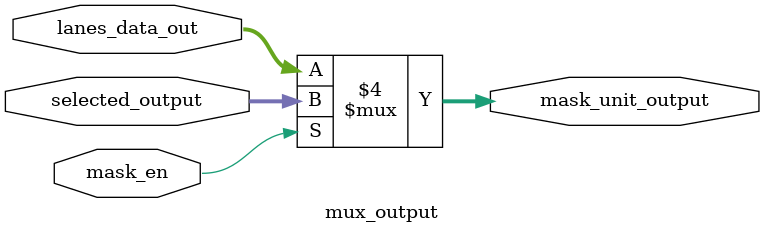
<source format=sv>
`timescale 1ns / 1ps



// Mask Unit Main Module

module vector_mask_unit(

    ////////////////////////////////////// INPUT SIGNALS ////////////////////////////////////////

    // output data from lanes to be store at the destination, if correspoding bit is unmasked
    input logic [4095:0] lanes_data_out,
    
    // currently present data at the destination
    input logic [4095:0] destination_data,
    
    // mask operations for updating v0 (mask register)
    input logic [2:0] mask_op,
    
    // either masking is enabled or not e.g. vm = v.instr[25] = (1 or 0)?
    input logic mask_en,
    
    // Signal to order whether to update mask register or not
    input logic mask_reg_en,
    
    // tail agnostic bit
    input logic vta,
    
    // mask agnostic bit
    input logic vma,
    
    // vector start index
    input logic [9:0] vstart,
    
    // number of elements in the (current) vector
    input logic [9:0] vl,
    
    // single element width [8, 16, 32, 64]
    input logic [6:0] sew,
    
    // Vector Mask Registers
    input logic [511:0] vs1,  // vs1.mask
    input logic [511:0] vs2,  // vs2.mask
    input logic [511:0] v0,
    
    ////////////////////////////////////// OUTPUT SIGNALS ///////////////////////////////////////
    
    // Mask Unit output
    output logic [4095:0] mask_unit_output,

    // Updated value of mask register
    output logic [511:0] mask_reg_updated 
);
    
    comb_for_vsew_08 UUT01(
        .lanes_data_out(lanes_data_out),
        .destination_data(destination_data),
        .mask_reg(mask_reg),        
        .prestart_check(prestart_check),  
        .body_check(body_check),      
        .tail_check(tail_check),      
        .vta(vta),                     
        .vma(vma),                     
        .mask_output_01(mask_output_01)

    );

    comb_for_vsew_16 UUT02(
        .lanes_data_out(lanes_data_out),
        .destination_data(destination_data),
        .mask_reg(mask_reg),        
        .prestart_check(prestart_check),  
        .body_check(body_check),      
        .tail_check(tail_check),      
        .vta(vta),                     
        .vma(vma),                     
        .mask_output_02(mask_output_02)

    );

    comb_for_vsew_32 UUT03(
        .lanes_data_out(lanes_data_out),
        .destination_data(destination_data),
        .mask_reg(mask_reg),        
        .prestart_check(prestart_check),  
        .body_check(body_check),      
        .tail_check(tail_check),      
        .vta(vta),                     
        .vma(vma),                     
        .mask_output_03(mask_output_03)

    );

    comb_for_vsew_64 UUT04(
        .lanes_data_out(lanes_data_out),
        .destination_data(destination_data),
        .mask_reg(mask_reg),        
        .prestart_check(prestart_check),  
        .body_check(body_check),      
        .tail_check(tail_check),      
        .vta(vta),                     
        .vma(vma),                     
        .mask_output_04(mask_output_04)

    );

    comb_mask_operations UUT05(
        .vs1(vs1),  // vs1.mask
        .vs2(vs2),  // vs2.mask
        .mask_op(mask_op),     // Operation selection
        .mask_reg_updated(mask_reg_updated)   // Result
    );

    sew_encoder UUT06(
        .sew(sew),
        .sew_sel(sew_sel)
    );

    mux4x1 UUT07(
        .mask_output_01(mask_output_01),
        .mask_output_02(mask_output_02),
        .mask_output_03(mask_output_03),
        .mask_output_04(mask_output_04),
    
        .sew_sel(sew_sel),
    
        .selected_output(selected_output)
    );

    mux_output UUT08(
        .selected_output(selected_output),       // Input 0
        .lanes_data_out(lanes_data_out),       // Input 1
        .mask_en(mask_en),     // Select line
        .mask_unit_output(mask_unit_output)       // Output
    );

    mux2x1 UUT09(
        .v0(v0),       // Input 0
        .mask_reg_updated(mask_reg_updated),       // Input 1
        .mask_reg_en(mask_reg_en),     // Select line
        .v0_updated(v0_updated)       // Output
    );

    check_generator UUT10(
        .vl(vl),
        .vstart(vstart),
        .v0_updated(v0_updated),
    
        .mask_reg(mask_reg),        // mask register value corresponding to each element
        .prestart_check(prestart_check),  // prestart(x) = (0 <= x < vstart) 
        .body_check(body_check),      // body(x) = (vstart <= x < vl)
        .tail_check(tail_check)       // tail(x) = (vl <= x < max(VLMAX, VLEN/SEW))

    );
    
endmodule


//////////////////////////////////////////////////////////////////////////////////

module comb_mask_operations (
    input logic [511:0] vs1,  // vs1.mask
    input logic [511:0] vs2,  // vs2.mask
    input logic [2:0] mask_op,     // Operation selection
    output logic [511:0] mask_reg_updated   // Result
);

    always_comb begin
        case (mask_op)
            3'b000: mask_reg_updated = vs2 & vs1;                     // vmand.mm
            3'b001: mask_reg_updated = ~(vs2 & vs1);                  // vmnand.mm
            3'b010: mask_reg_updated = vs2 & ~vs1;                    // vmandn.mm
            3'b011: mask_reg_updated = vs2 ^ vs1;                     // vmxor.mm
            3'b100: mask_reg_updated = vs2 | vs1;                     // vmor.mm
            3'b101: mask_reg_updated = ~(vs2 | vs1);                  // vmnor.mm
            3'b110: mask_reg_updated = vs2 | ~vs1;                    // vmorn.mm
            3'b111: mask_reg_updated = ~(vs2 ^ vs1);                  // vmxnor.mm
        endcase
    end

endmodule

//////////////////////////////////////////////////////////////////////////////////

module sew_encoder (
    input logic [6:0] sew,
    output logic [1:0] sew_sel
);
    always_comb begin
        case (sew)
            7'b0001000: sew_sel = 2'b00;                    
            7'b0010000: sew_sel = 2'b01;                  
            7'b0100000: sew_sel = 2'b10;                    
            7'b1000000: sew_sel = 2'b11;                    
        endcase
    end
endmodule

//////////////////////////////////////////////////////////////////////////////////

module comb_for_vsew_08 #(parameter SEW = 8, parameter VAR = 512) (
    input logic [4095:0] lanes_data_out,
    input logic [4095:0] destination_data,
    input logic [511:0] mask_reg,        // mask register value corresponding to each element
    input logic [511:0] prestart_check,  // prestart(x) = (0 <= x < vstart) 
    input logic [511:0] body_check,      // body(x) = (vstart <= x < vl)
    input logic [511:0] tail_check,      // tail(x) = (vl <= x < max(VLMAX, VLEN/SEW))
    input logic vta,                     // tail_agnostic bit
    input logic vma,                     // mask_agnostic bit
    
    output logic [4095:0] mask_output_01
);

    generate
        genvar i;
        for (i = 0; i < VAR; i++) begin
            mux_logics_for_sew_08 #(.SEW(SEW)) MUX_UNIT(
                .lanes_data_out( lanes_data_out [ ( (SEW - 1) + (i * SEW) ) : (i * SEW) ] ),
                .destination_data( destination_data [ ( (SEW - 1) + (i * SEW) ) : (i * SEW) ] ),
                .mask_reg( mask_reg [i] ),        
                .prestart_check( prestart_check [i] ),  
                .body_check( body_check [i] ),      
                .tail_check( tail_check [i] ),      
                .vta(vta),            
                .vma(vma),            
                .mux_sew_08_out( mask_output_01 [ ( (SEW - 1) + (i * SEW) ) : (i * SEW) ] ) 
            );
        end
    endgenerate

endmodule

// mini block used for instantiation in 'comb_for_vsew_08'

module mux_logics_for_sew_08 #(parameter SEW = 8) (

    input logic [SEW-1:0] lanes_data_out,
    input logic [SEW-1:0] destination_data,
    input logic mask_reg,        // mask register bit corresponding to each element
    input logic prestart_check,  // prestart(x) = (0 <= x < vstart) 
    input logic body_check,      // body(x) = (vstart <= x < vl)
    input logic tail_check,      // tail(x) = (vl <= x < max(VLMAX, VLEN/SEW))
    input logic vta,             // tail_agnostic bit
    input logic vma,             // mask_agnostic bit
    output logic [SEW-1:0] mux_sew_08_out 
);

    always_comb begin
        if (prestart_check == 1'b1) begin
            mux_sew_08_out = destination_data;
        end else if ((body_check == 1'b1) && (mask_reg == 1'b0)) begin
            mux_sew_08_out = lanes_data_out;
        end else if (((body_check & mask_reg) == 1'b1) && (vma == 1'b0)) begin
            mux_sew_08_out = destination_data;
        end else if (((body_check & mask_reg) == 1'b1) && (vma == 1'b1)) begin
            mux_sew_08_out = '1;  // All bits set to 1
        end else if ((tail_check == 1'b1) && (vta == 1'b0)) begin
            mux_sew_08_out = destination_data;
        end else if ((tail_check == 1'b1) && (vta == 1'b1)) begin 
            mux_sew_08_out = '1;  // All bits set to 1
        end else begin
            mux_sew_08_out = destination_data;  // Default case
        end
    end

endmodule

//////////////////////////////////////////////////////////////////////////////////

module comb_for_vsew_16 #(parameter SEW = 16, parameter VAR = 256) (
    input logic [4095:0] lanes_data_out,
    input logic [4095:0] destination_data,
    input logic [511:0] mask_reg,        // mask register value corresponding to each element
    input logic [511:0] prestart_check,  // prestart(x) = (0 <= x < vstart) 
    input logic [511:0] body_check,      // body(x) = (vstart <= x < vl)
    input logic [511:0] tail_check,      // tail(x) = (vl <= x < max(VLMAX, VLEN/SEW))
    input logic vta,                     // tail_agnostic bit
    input logic vma,                     // mask_agnostic bit
    
    output logic [4095:0] mask_output_02
);

    generate
        genvar i;
        for (i = 0; i < VAR; i++) begin
            mux_logics_for_sew_16 MUX_UNIT(
                .lanes_data_out( lanes_data_out [ ( (SEW - 1) + (i * SEW) ) : (i * SEW) ] ),
                .destination_data( destination_data [ ( (SEW - 1) + (i * SEW) ) : (i * SEW) ] ),
                .mask_reg( mask_reg [i] ),        
                .prestart_check( prestart_check [i] ),  
                .body_check( body_check [i] ),      
                .tail_check( tail_check [i] ),      
                .vta(vta),            
                .vma(vma),            
                .mux_sew_16_out( mask_output_02 [ ( (SEW - 1) + (i * SEW) ) : (i * SEW) ] ) 
            );
        end
    endgenerate

endmodule

// mini block used for instantiation in 'comb_for_vsew_16'

module mux_logics_for_sew_16 #(parameter SEW = 16) (

    input logic [SEW-1:0] lanes_data_out,
    input logic [SEW-1:0] destination_data,
    input logic mask_reg,        // mask register bit corresponding to each element
    input logic prestart_check,  // prestart(x) = (0 <= x < vstart) 
    input logic body_check,      // body(x) = (vstart <= x < vl)
    input logic tail_check,      // tail(x) = (vl <= x < max(VLMAX, VLEN/SEW))
    input logic vta,             // tail_agnostic bit
    input logic vma,             // mask_agnostic bit
    output logic [SEW-1:0] mux_sew_16_out 
);

    always_comb begin
        if (prestart_check == 1'b1) begin
            mux_sew_16_out = destination_data;
        end else if ((body_check == 1'b1) && (mask_reg == 1'b0)) begin
            mux_sew_16_out = lanes_data_out;
        end else if (((body_check & mask_reg) == 1'b1) && (vma == 1'b0)) begin
            mux_sew_16_out = destination_data;
        end else if (((body_check & mask_reg) == 1'b1) && (vma == 1'b1)) begin
            mux_sew_16_out = '1;  // All bits set to 1
        end else if ((tail_check == 1'b1) && (vta == 1'b0)) begin
            mux_sew_16_out = destination_data;
        end else if ((tail_check == 1'b1) && (vta == 1'b1)) begin 
            mux_sew_16_out = '1;  // All bits set to 1
        end else begin
            mux_sew_16_out = destination_data;  // Default case
        end
    end

endmodule

//////////////////////////////////////////////////////////////////////////////////

module comb_for_vsew_32 #(parameter SEW = 32, parameter VAR = 128) (
    input logic [4095:0] lanes_data_out,
    input logic [4095:0] destination_data,
    input logic [511:0] mask_reg,        // mask register value corresponding to each element
    input logic [511:0] prestart_check,  // prestart(x) = (0 <= x < vstart) 
    input logic [511:0] body_check,      // body(x) = (vstart <= x < vl)
    input logic [511:0] tail_check,      // tail(x) = (vl <= x < max(VLMAX, VLEN/SEW))
    input logic vta,                     // tail_agnostic bit
    input logic vma,                     // mask_agnostic bit
    
    output logic [4095:0] mask_output_03
);

    generate
        genvar i;
        for (i = 0; i < VAR; i++) begin
            mux_logics_for_sew_32 MUX_UNIT(
                .lanes_data_out( lanes_data_out [ ( (SEW - 1) + (i * SEW) ) : (i * SEW) ] ),
                .destination_data( destination_data [ ( (SEW - 1) + (i * SEW) ) : (i * SEW) ] ),
                .mask_reg( mask_reg [i] ),        
                .prestart_check( prestart_check [i] ),  
                .body_check( body_check [i] ),      
                .tail_check( tail_check [i] ),      
                .vta(vta),            
                .vma(vma),            
                .mux_sew_32_out( mask_output_03 [ ( (SEW - 1) + (i * SEW) ) : (i * SEW) ] ) 
            );
        end
    endgenerate

endmodule

// mini block used for instantiation in 'comb_for_vsew_32'

module mux_logics_for_sew_32 #(parameter SEW = 32) (

    input logic [SEW-1:0] lanes_data_out,
    input logic [SEW-1:0] destination_data,
    input logic mask_reg,        // mask register bit corresponding to each element
    input logic prestart_check,  // prestart(x) = (0 <= x < vstart) 
    input logic body_check,      // body(x) = (vstart <= x < vl)
    input logic tail_check,      // tail(x) = (vl <= x < max(VLMAX, VLEN/SEW))
    input logic vta,             // tail_agnostic bit
    input logic vma,             // mask_agnostic bit
    output logic [SEW-1:0] mux_sew_32_out 
);

    always_comb begin
        if (prestart_check == 1'b1) begin
            mux_sew_32_out = destination_data;
        end else if ((body_check == 1'b1) && (mask_reg == 1'b0)) begin
            mux_sew_32_out = lanes_data_out;
        end else if (((body_check & mask_reg) == 1'b1) && (vma == 1'b0)) begin
            mux_sew_32_out = destination_data;
        end else if (((body_check & mask_reg) == 1'b1) && (vma == 1'b1)) begin
            mux_sew_32_out = '1;  // All bits set to 1
        end else if ((tail_check == 1'b1) && (vta == 1'b0)) begin
            mux_sew_32_out = destination_data;
        end else if ((tail_check == 1'b1) && (vta == 1'b1)) begin 
            mux_sew_32_out = '1;  // All bits set to 1
        end else begin
            mux_sew_32_out = destination_data;  // Default case
        end
    end

endmodule

//////////////////////////////////////////////////////////////////////////////////

module comb_for_vsew_64 #(parameter SEW = 64, parameter VAR = 64) (
    input logic [4095:0] lanes_data_out,
    input logic [4095:0] destination_data,
    input logic [511:0] mask_reg,        // mask register value corresponding to each element
    input logic [511:0] prestart_check,  // prestart(x) = (0 <= x < vstart) 
    input logic [511:0] body_check,      // body(x) = (vstart <= x < vl)
    input logic [511:0] tail_check,      // tail(x) = (vl <= x < max(VLMAX, VLEN/SEW))
    input logic vta,                     // tail_agnostic bit
    input logic vma,                     // mask_agnostic bit
    
    output logic [4095:0] mask_output_04
);

    generate
        genvar i;
        for (i = 0; i < VAR; i++) begin
            mux_logics_for_sew_64 MUX_UNIT(
                .lanes_data_out( lanes_data_out [ ( (SEW - 1) + (i * SEW) ) : (i * SEW) ] ),
                .destination_data( destination_data [ ( (SEW - 1) + (i * SEW) ) : (i * SEW) ] ),
                .mask_reg( mask_reg [i] ),        
                .prestart_check( prestart_check [i] ),  
                .body_check( body_check [i] ),      
                .tail_check( tail_check [i] ),      
                .vta(vta),            
                .vma(vma),            
                .mux_sew_64_out( mask_output_04 [ ( (SEW - 1) + (i * SEW) ) : (i * SEW) ] ) 
            );
        end
    endgenerate

endmodule

// mini block used for instantiation in 'comb_for_vsew_64'

module mux_logics_for_sew_64 #(parameter SEW = 64) (

    input logic [SEW-1:0] lanes_data_out,
    input logic [SEW-1:0] destination_data,
    input logic mask_reg,        // mask register bit corresponding to each element
    input logic prestart_check,  // prestart(x) = (0 <= x < vstart) 
    input logic body_check,      // body(x) = (vstart <= x < vl)
    input logic tail_check,      // tail(x) = (vl <= x < max(VLMAX, VLEN/SEW))
    input logic vta,             // tail_agnostic bit
    input logic vma,             // mask_agnostic bit
    output logic [SEW-1:0] mux_sew_64_out 
);

    always_comb begin
        if (prestart_check == 1'b1) begin
            mux_sew_64_out = destination_data;
        end else if ((body_check == 1'b1) && (mask_reg == 1'b0)) begin
            mux_sew_64_out = lanes_data_out;
        end else if (((body_check & mask_reg) == 1'b1) && (vma == 1'b0)) begin
            mux_sew_64_out = destination_data;
        end else if (((body_check & mask_reg) == 1'b1) && (vma == 1'b1)) begin
            mux_sew_64_out = '1;  // All bits set to 1
        end else if ((tail_check == 1'b1) && (vta == 1'b0)) begin
            mux_sew_64_out = destination_data;
        end else if ((tail_check == 1'b1) && (vta == 1'b1)) begin 
            mux_sew_64_out = '1;  // All bits set to 1
        end else begin
            mux_sew_64_out = destination_data;  // Default case
        end
    end

endmodule

//////////////////////////////////////////////////////////////////////////////////

module mux2x1 (
    input logic [511:0] v0,       // Input 0
    input logic [511:0] mask_reg_updated,       // Input 1
    input logic mask_reg_en,     // Select line
    output logic [511:0] v0_updated       // Output
);

    // Behavioral description using an always block with if-else
    always_comb begin
        if (mask_reg_en == 1'b0) begin
            v0_updated = v0;  // If sel is 0, output is a
        end else begin
            v0_updated = mask_reg_updated;  // If sel is 1, output is b
        end
    end

endmodule

//////////////////////////////////////////////////////////////////////////////////

module mux4x1 (
    input logic [4095:0] mask_output_01,
    input logic [4095:0] mask_output_02,
    input logic [4095:0] mask_output_03,
    input logic [4095:0] mask_output_04,
    
    input logic [1:0] sew_sel,
    
    output logic [4095:0] selected_output
);

    // Behavioral description using an always_comb block
    always_comb begin
        case (sew_sel)
            2'b00: selected_output = mask_output_01;  // Select input 1
            2'b01: selected_output = mask_output_02;  // Select input 2
            2'b10: selected_output = mask_output_03;  // Select input 3
            2'b11: selected_output = mask_output_04;  // Select input 4
        endcase
    end

endmodule

//////////////////////////////////////////////////////////////////////////////////

module check_generator (
    input logic [9:0] vl,
    input logic [9:0] vstart,
    input logic [511:0] v0_updated,
    
    output logic [511:0] mask_reg,        // mask register value corresponding to each element
    output logic [511:0] prestart_check,  // prestart(x) = (0 <= x < vstart) 
    output logic [511:0] body_check,      // body(x) = (vstart <= x < vl)
    output logic [511:0] tail_check       // tail(x) = (vl <= x < max(VLMAX, VLEN/SEW))

);

    always_comb begin
        mask_reg = v0_updated << vstart;
        prestart_check = ~({512{1'b1}} << vstart);
        body_check = ({512{1'b1}} << vstart) & ({512{1'b1}} << (vstart + vl));
        tail_check = ({512{1'b1}} << (vstart + vl));
        
    end

endmodule

//////////////////////////////////////////////////////////////////////////////////

module mux_output (
    input logic [4095:0] selected_output,       // Input 0
    input logic [4095:0] lanes_data_out,       // Input 1
    input logic mask_en,     // Select line
    output logic [4095:0] mask_unit_output       // Output
);

    // Behavioral description using an always block with if-else
    always_comb begin
        if (mask_en == 1'b0) begin
            mask_unit_output = lanes_data_out;  // If sel is 0, output is a
        end else begin
            mask_unit_output = selected_output;  // If sel is 1, output is b
        end
    end

endmodule

</source>
